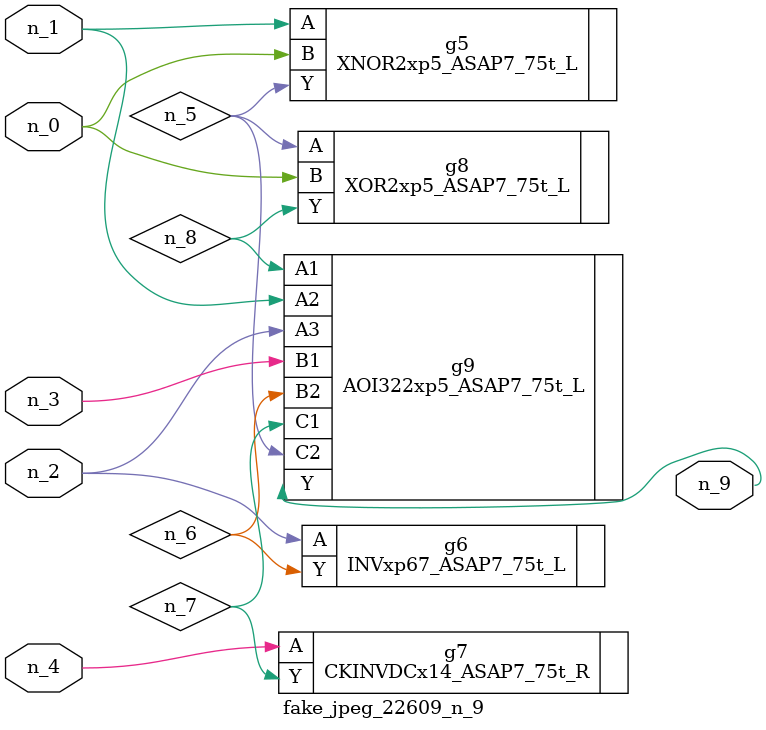
<source format=v>
module fake_jpeg_22609_n_9 (n_3, n_2, n_1, n_0, n_4, n_9);

input n_3;
input n_2;
input n_1;
input n_0;
input n_4;

output n_9;

wire n_8;
wire n_6;
wire n_5;
wire n_7;

XNOR2xp5_ASAP7_75t_L g5 ( 
.A(n_1),
.B(n_0),
.Y(n_5)
);

INVxp67_ASAP7_75t_L g6 ( 
.A(n_2),
.Y(n_6)
);

CKINVDCx14_ASAP7_75t_R g7 ( 
.A(n_4),
.Y(n_7)
);

XOR2xp5_ASAP7_75t_L g8 ( 
.A(n_5),
.B(n_0),
.Y(n_8)
);

AOI322xp5_ASAP7_75t_L g9 ( 
.A1(n_8),
.A2(n_1),
.A3(n_2),
.B1(n_3),
.B2(n_6),
.C1(n_7),
.C2(n_5),
.Y(n_9)
);


endmodule
</source>
